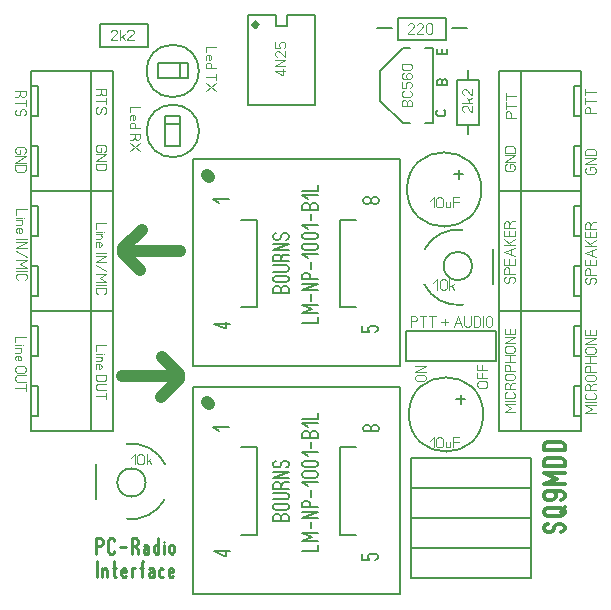
<source format=gbr>
%FSLAX34Y34*%
%MOMM*%
%LNCOPPER_BOTTOM*%
G71*
G01*
%ADD10C, 0.20*%
%ADD11C, 0.40*%
%ADD12C, 0.15*%
%ADD13C, 0.14*%
%ADD14C, 0.11*%
%ADD15C, 0.11*%
%ADD16C, 0.24*%
%ADD17C, 0.32*%
%ADD18C, 1.00*%
%ADD19C, 0.17*%
%ADD20C, 0.17*%
%LPD*%
G54D10*
X18036Y-163342D02*
X68836Y-163342D01*
X87886Y-163342D01*
X87886Y-61742D01*
X18036Y-61742D01*
X18036Y-74442D01*
X24386Y-74442D01*
X24386Y-99842D01*
X18036Y-99842D01*
X18036Y-125242D01*
X24386Y-125242D01*
X24386Y-150642D01*
X18036Y-150642D01*
X18036Y-163342D01*
X68836Y-163342D01*
X68836Y-61742D01*
X68836Y-163342D01*
X18036Y-163342D01*
X18036Y-61742D01*
G54D10*
X18036Y-264942D02*
X68836Y-264942D01*
X87886Y-264942D01*
X87886Y-163342D01*
X18036Y-163342D01*
X18036Y-176042D01*
X24386Y-176042D01*
X24386Y-201442D01*
X18036Y-201442D01*
X18036Y-226842D01*
X24386Y-226842D01*
X24386Y-252242D01*
X18036Y-252242D01*
X18036Y-264942D01*
X68836Y-264942D01*
X68836Y-163342D01*
X68836Y-264942D01*
X18036Y-264942D01*
X18036Y-163342D01*
G54D10*
X483988Y-61654D02*
X433188Y-61654D01*
X414138Y-61654D01*
X414138Y-163254D01*
X483988Y-163254D01*
X483987Y-150554D01*
X477638Y-150554D01*
X477638Y-125154D01*
X483987Y-125154D01*
X483988Y-99754D01*
X477638Y-99754D01*
X477638Y-74354D01*
X483988Y-74354D01*
X483988Y-61654D01*
X433188Y-61654D01*
X433188Y-163254D01*
X433188Y-61654D01*
X483988Y-61654D01*
X483988Y-163254D01*
G54D10*
X18036Y-366542D02*
X68836Y-366542D01*
X87886Y-366542D01*
X87886Y-264942D01*
X18036Y-264942D01*
X18036Y-277642D01*
X24386Y-277642D01*
X24386Y-303042D01*
X18036Y-303042D01*
X18036Y-328442D01*
X24386Y-328442D01*
X24386Y-353842D01*
X18036Y-353842D01*
X18036Y-366542D01*
X68836Y-366542D01*
X68836Y-264942D01*
X68836Y-366542D01*
X18036Y-366542D01*
X18036Y-264942D01*
G54D10*
X483988Y-163254D02*
X433188Y-163254D01*
X414138Y-163254D01*
X414138Y-264854D01*
X483988Y-264854D01*
X483987Y-252154D01*
X477638Y-252154D01*
X477638Y-226754D01*
X483988Y-226754D01*
X483988Y-201354D01*
X477638Y-201354D01*
X477638Y-175954D01*
X483988Y-175954D01*
X483988Y-163254D01*
X433188Y-163254D01*
X433188Y-264854D01*
X433188Y-163254D01*
X483988Y-163254D01*
X483988Y-264854D01*
G54D10*
X483988Y-264854D02*
X433188Y-264854D01*
X414137Y-264854D01*
X414138Y-366454D01*
X483988Y-366454D01*
X483988Y-353754D01*
X477637Y-353754D01*
X477638Y-328354D01*
X483988Y-328354D01*
X483988Y-302954D01*
X477638Y-302954D01*
X477638Y-277554D01*
X483988Y-277554D01*
X483988Y-264854D01*
X433188Y-264854D01*
X433188Y-366454D01*
X433188Y-264854D01*
X483988Y-264854D01*
X483988Y-366454D01*
G54D11*
G75*
G01X208267Y-24125D02*
G03X208267Y-24125I0J1600D01*
G01*
G54D12*
X258749Y-14450D02*
X234849Y-14450D01*
X234849Y-23950D01*
X225449Y-23950D01*
X225449Y-14450D01*
X201549Y-14449D01*
X201549Y-90650D01*
X258749Y-90650D01*
X258749Y-14450D01*
G54D12*
X150758Y-55142D02*
X150758Y-67942D01*
X125358Y-67942D01*
X125358Y-55142D01*
X150758Y-55142D01*
G54D12*
X144358Y-67942D02*
X144358Y-55142D01*
G54D10*
G75*
G01X138142Y-39408D02*
G03X138142Y-39408I0J-22200D01*
G01*
G54D12*
X131796Y-99763D02*
X144596Y-99762D01*
X144596Y-125162D01*
X131796Y-125162D01*
X131796Y-99763D01*
G54D12*
X144596Y-106162D02*
X131796Y-106162D01*
G54D10*
G75*
G01X116062Y-112379D02*
G03X116062Y-112379I22200J0D01*
G01*
G54D10*
X339417Y-42312D02*
X333067Y-42312D01*
X314017Y-61362D01*
X314017Y-86762D01*
X333067Y-105812D01*
X339417Y-105812D01*
G54D10*
X352117Y-105812D02*
X358467Y-105812D01*
X358467Y-42312D01*
X352117Y-42312D01*
G54D13*
X370317Y-73112D02*
X362317Y-73112D01*
X362317Y-70112D01*
X362817Y-68912D01*
X363817Y-68312D01*
X364817Y-68312D01*
X365817Y-68912D01*
X366317Y-70112D01*
X366817Y-68912D01*
X367817Y-68312D01*
X368817Y-68312D01*
X369817Y-68912D01*
X370317Y-70112D01*
X370317Y-73112D01*
G54D13*
X366317Y-73112D02*
X366317Y-70112D01*
G54D13*
X370317Y-42712D02*
X370317Y-46912D01*
X362317Y-46912D01*
X362317Y-42712D01*
G54D13*
X366317Y-46912D02*
X366317Y-42712D01*
G54D13*
X367617Y-94712D02*
X368618Y-95312D01*
X369117Y-96512D01*
X369117Y-97712D01*
X368617Y-98912D01*
X367617Y-99512D01*
X362617Y-99512D01*
X361617Y-98912D01*
X361117Y-97712D01*
X361117Y-96512D01*
X361617Y-95312D01*
X362617Y-94712D01*
G54D14*
X340890Y-91540D02*
X332001Y-91540D01*
X332001Y-88207D01*
X332557Y-86874D01*
X333668Y-86207D01*
X334779Y-86207D01*
X335890Y-86874D01*
X336446Y-88207D01*
X337001Y-86874D01*
X338112Y-86207D01*
X339223Y-86207D01*
X340335Y-86874D01*
X340890Y-88207D01*
X340890Y-91540D01*
G54D14*
X336446Y-91540D02*
X336446Y-88207D01*
G54D14*
X339223Y-78507D02*
X340335Y-79174D01*
X340890Y-80507D01*
X340890Y-81840D01*
X340335Y-83174D01*
X339223Y-83840D01*
X333668Y-83840D01*
X332557Y-83174D01*
X332001Y-81840D01*
X332001Y-80507D01*
X332557Y-79174D01*
X333668Y-78507D01*
G54D14*
X332001Y-70807D02*
X332001Y-76140D01*
X335890Y-76140D01*
X335890Y-75474D01*
X335335Y-74140D01*
X335335Y-72807D01*
X335890Y-71474D01*
X337001Y-70807D01*
X339223Y-70807D01*
X340335Y-71474D01*
X340890Y-72807D01*
X340890Y-74140D01*
X340335Y-75474D01*
X339223Y-76140D01*
G54D14*
X333668Y-63107D02*
X332557Y-63774D01*
X332001Y-65107D01*
X332001Y-66440D01*
X332557Y-67774D01*
X333668Y-68440D01*
X336446Y-68440D01*
X337001Y-68440D01*
X335890Y-66440D01*
X335890Y-65107D01*
X336446Y-63774D01*
X337557Y-63107D01*
X339223Y-63107D01*
X340335Y-63774D01*
X340890Y-65107D01*
X340890Y-66440D01*
X340335Y-67774D01*
X339223Y-68440D01*
X336446Y-68440D01*
G54D14*
X333668Y-55407D02*
X339223Y-55407D01*
X340335Y-56074D01*
X340890Y-57407D01*
X340890Y-58740D01*
X340335Y-60074D01*
X339223Y-60740D01*
X333668Y-60740D01*
X332557Y-60074D01*
X332001Y-58740D01*
X332001Y-57407D01*
X332557Y-56074D01*
X333668Y-55407D01*
G54D14*
X81976Y-293962D02*
X73088Y-293962D01*
X73088Y-298629D01*
G54D14*
X73088Y-301062D02*
X78087Y-301062D01*
G54D14*
X79754Y-301062D02*
X79754Y-301062D01*
G54D14*
X73088Y-303462D02*
X78088Y-303462D01*
G54D14*
X76976Y-303462D02*
X77754Y-304129D01*
X78087Y-305463D01*
X77754Y-306796D01*
X76976Y-307463D01*
X73087Y-307462D01*
G54D14*
X73643Y-313862D02*
X73088Y-312796D01*
X73088Y-311463D01*
X73643Y-310129D01*
X74754Y-309862D01*
X76643Y-309862D01*
X77754Y-310529D01*
X78088Y-311862D01*
X77754Y-313196D01*
X76976Y-313862D01*
X75865Y-313862D01*
X75865Y-309862D01*
G54D14*
X80310Y-324096D02*
X74754Y-324096D01*
X73643Y-323429D01*
X73088Y-322096D01*
X73088Y-320762D01*
X73643Y-319429D01*
X74754Y-318762D01*
X80310Y-318762D01*
X81421Y-319429D01*
X81976Y-320762D01*
X81976Y-322096D01*
X81421Y-323429D01*
X80310Y-324096D01*
G54D14*
X81976Y-326462D02*
X74754Y-326462D01*
X73643Y-327129D01*
X73087Y-328462D01*
X73088Y-329796D01*
X73643Y-331129D01*
X74754Y-331796D01*
X81976Y-331796D01*
G54D14*
X73088Y-336829D02*
X81976Y-336829D01*
G54D14*
X81976Y-334162D02*
X81976Y-339496D01*
G54D15*
X81976Y-190488D02*
X73087Y-190488D01*
X73087Y-195154D01*
G54D15*
X73087Y-197598D02*
X78087Y-197598D01*
G54D15*
X79754Y-197598D02*
X79754Y-197598D01*
G54D15*
X73087Y-200042D02*
X78087Y-200042D01*
G54D15*
X76976Y-200042D02*
X77754Y-200709D01*
X78087Y-202042D01*
X77754Y-203376D01*
X76976Y-204042D01*
X73087Y-204042D01*
G54D15*
X73643Y-210486D02*
X73087Y-209420D01*
X73087Y-208086D01*
X73643Y-206753D01*
X74754Y-206486D01*
X76643Y-206486D01*
X77754Y-207153D01*
X78087Y-208486D01*
X77754Y-209820D01*
X76976Y-210486D01*
X75865Y-210486D01*
X75865Y-206486D01*
G54D15*
X73087Y-215508D02*
X81976Y-215508D01*
G54D15*
X73087Y-217952D02*
X81976Y-217952D01*
X73087Y-223285D01*
X81976Y-223285D01*
G54D15*
X73087Y-225728D02*
X81976Y-231062D01*
G54D15*
X73087Y-233506D02*
X81976Y-233506D01*
X76421Y-236839D01*
X81976Y-240172D01*
X73087Y-240172D01*
G54D15*
X73087Y-242616D02*
X81976Y-242616D01*
G54D15*
X74754Y-250394D02*
X73643Y-249727D01*
X73087Y-248394D01*
X73087Y-247060D01*
X73643Y-245727D01*
X74754Y-245060D01*
X80310Y-245060D01*
X81421Y-245727D01*
X81976Y-247060D01*
X81976Y-248394D01*
X81421Y-249727D01*
X80310Y-250394D01*
G54D14*
X77532Y-79635D02*
X76421Y-81635D01*
X75310Y-82302D01*
X73088Y-82302D01*
G54D14*
X73087Y-76969D02*
X81976Y-76969D01*
X81976Y-80302D01*
X81421Y-81635D01*
X80310Y-82302D01*
X79199Y-82302D01*
X78088Y-81635D01*
X77532Y-80302D01*
X77532Y-76969D01*
G54D14*
X73088Y-87335D02*
X81976Y-87335D01*
G54D14*
X81976Y-84669D02*
X81976Y-90002D01*
G54D14*
X74754Y-92369D02*
X73643Y-93035D01*
X73087Y-94369D01*
X73088Y-95702D01*
X73643Y-97035D01*
X74754Y-97702D01*
X75865Y-97702D01*
X76976Y-97035D01*
X77532Y-95702D01*
X77532Y-94369D01*
X78087Y-93035D01*
X79199Y-92369D01*
X80310Y-92369D01*
X81421Y-93035D01*
X81976Y-94369D01*
X81976Y-95702D01*
X81421Y-97035D01*
X80310Y-97702D01*
G54D14*
X77532Y-127260D02*
X77532Y-129927D01*
X74754Y-129927D01*
X73643Y-129260D01*
X73087Y-127927D01*
X73087Y-126594D01*
X73643Y-125260D01*
X74754Y-124594D01*
X80310Y-124594D01*
X81421Y-125260D01*
X81976Y-126594D01*
X81976Y-127927D01*
X81421Y-129260D01*
X80310Y-129927D01*
G54D14*
X73088Y-132294D02*
X81976Y-132294D01*
X73087Y-137627D01*
X81976Y-137627D01*
G54D14*
X73088Y-139994D02*
X81976Y-139994D01*
X81976Y-143327D01*
X81421Y-144660D01*
X80310Y-145327D01*
X74754Y-145327D01*
X73643Y-144660D01*
X73088Y-143327D01*
X73088Y-139994D01*
G54D14*
X423607Y-143454D02*
X423607Y-140788D01*
X426385Y-140788D01*
X427496Y-141454D01*
X428051Y-142788D01*
X428051Y-144121D01*
X427496Y-145454D01*
X426385Y-146121D01*
X420829Y-146121D01*
X419718Y-145454D01*
X419162Y-144121D01*
X419162Y-142788D01*
X419718Y-141454D01*
X420829Y-140788D01*
G54D14*
X428051Y-138421D02*
X419162Y-138421D01*
X428051Y-133088D01*
X419162Y-133088D01*
G54D14*
X428051Y-130721D02*
X419162Y-130721D01*
X419162Y-127388D01*
X419718Y-126054D01*
X420829Y-125388D01*
X426385Y-125388D01*
X427496Y-126054D01*
X428051Y-127388D01*
X428051Y-130721D01*
G54D14*
X429016Y-101229D02*
X420127Y-101229D01*
X420127Y-97895D01*
X420683Y-96562D01*
X421794Y-95895D01*
X422905Y-95895D01*
X424016Y-96562D01*
X424572Y-97895D01*
X424572Y-101229D01*
G54D14*
X429016Y-90862D02*
X420127Y-90862D01*
G54D14*
X420127Y-93529D02*
X420127Y-88195D01*
G54D14*
X429016Y-83162D02*
X420127Y-83162D01*
G54D14*
X420127Y-85829D02*
X420127Y-80495D01*
G54D15*
X425954Y-241039D02*
X427065Y-240372D01*
X427620Y-239039D01*
X427620Y-237706D01*
X427065Y-236372D01*
X425954Y-235706D01*
X424843Y-235706D01*
X423731Y-236372D01*
X423176Y-237706D01*
X423176Y-239039D01*
X422620Y-240372D01*
X421509Y-241039D01*
X420398Y-241039D01*
X419287Y-240372D01*
X418731Y-239039D01*
X418731Y-237706D01*
X419287Y-236372D01*
X420398Y-235706D01*
G54D15*
X427620Y-233262D02*
X418731Y-233262D01*
X418731Y-229929D01*
X419287Y-228595D01*
X420398Y-227929D01*
X421509Y-227928D01*
X422620Y-228595D01*
X423176Y-229928D01*
X423176Y-233262D01*
G54D15*
X427620Y-220818D02*
X427620Y-225485D01*
X418731Y-225485D01*
X418731Y-220818D01*
G54D15*
X423176Y-225485D02*
X423176Y-220818D01*
G54D15*
X427620Y-218374D02*
X418731Y-215041D01*
X427620Y-211707D01*
G54D15*
X424287Y-217041D02*
X424287Y-213041D01*
G54D15*
X427620Y-209263D02*
X418731Y-209263D01*
G54D15*
X424843Y-209263D02*
X418731Y-203930D01*
G54D15*
X423176Y-207263D02*
X427620Y-203930D01*
G54D15*
X427620Y-196819D02*
X427620Y-201486D01*
X418731Y-201486D01*
X418731Y-196819D01*
G54D15*
X423176Y-201486D02*
X423176Y-196819D01*
G54D15*
X423176Y-191708D02*
X424287Y-189708D01*
X425398Y-189042D01*
X427620Y-189042D01*
G54D15*
X427620Y-194375D02*
X418731Y-194375D01*
X418731Y-191042D01*
X419287Y-189708D01*
X420398Y-189042D01*
X421509Y-189042D01*
X422620Y-189708D01*
X423176Y-191042D01*
X423176Y-194375D01*
G54D15*
X428036Y-350479D02*
X419147Y-350479D01*
X424702Y-347146D01*
X419147Y-343813D01*
X428036Y-343813D01*
G54D15*
X428036Y-341368D02*
X419147Y-341368D01*
G54D15*
X426369Y-333591D02*
X427480Y-334258D01*
X428036Y-335591D01*
X428036Y-336924D01*
X427480Y-338258D01*
X426369Y-338924D01*
X420814Y-338924D01*
X419702Y-338258D01*
X419147Y-336924D01*
X419147Y-335591D01*
X419702Y-334258D01*
X420814Y-333591D01*
G54D15*
X423591Y-328481D02*
X424702Y-326481D01*
X425814Y-325814D01*
X428036Y-325814D01*
G54D15*
X428036Y-331147D02*
X419147Y-331147D01*
X419147Y-327814D01*
X419702Y-326481D01*
X420814Y-325814D01*
X421925Y-325814D01*
X423036Y-326481D01*
X423591Y-327814D01*
X423591Y-331147D01*
G54D15*
X420814Y-318037D02*
X426369Y-318037D01*
X427480Y-318704D01*
X428036Y-320037D01*
X428036Y-321370D01*
X427480Y-322704D01*
X426369Y-323370D01*
X420814Y-323370D01*
X419702Y-322704D01*
X419147Y-321370D01*
X419147Y-320037D01*
X419702Y-318704D01*
X420814Y-318037D01*
G54D15*
X428036Y-315593D02*
X419147Y-315593D01*
X419147Y-312260D01*
X419702Y-310927D01*
X420814Y-310260D01*
X421925Y-310260D01*
X423036Y-310927D01*
X423591Y-312260D01*
X423591Y-315593D01*
G54D15*
X428036Y-307816D02*
X419147Y-307816D01*
G54D15*
X428036Y-302483D02*
X419147Y-302483D01*
G54D15*
X423591Y-307816D02*
X423591Y-302483D01*
G54D15*
X420814Y-294706D02*
X426369Y-294706D01*
X427480Y-295373D01*
X428036Y-296706D01*
X428036Y-298039D01*
X427480Y-299373D01*
X426369Y-300039D01*
X420814Y-300039D01*
X419702Y-299373D01*
X419147Y-298039D01*
X419147Y-296706D01*
X419702Y-295373D01*
X420814Y-294706D01*
G54D15*
X428036Y-292262D02*
X419147Y-292262D01*
X428036Y-286929D01*
X419147Y-286929D01*
G54D15*
X428036Y-279819D02*
X428036Y-284485D01*
X419147Y-284485D01*
X419147Y-279819D01*
G54D15*
X423591Y-284485D02*
X423591Y-279819D01*
G54D14*
X233675Y-61387D02*
X224786Y-61387D01*
X230342Y-65387D01*
X231453Y-65387D01*
X231453Y-60054D01*
G54D14*
X233675Y-57687D02*
X224786Y-57687D01*
X233675Y-52354D01*
X224786Y-52354D01*
G54D14*
X233675Y-44654D02*
X233675Y-49987D01*
X233120Y-49987D01*
X232009Y-49321D01*
X228675Y-45321D01*
X227564Y-44654D01*
X226453Y-44654D01*
X225342Y-45321D01*
X224786Y-46654D01*
X224786Y-47987D01*
X225342Y-49321D01*
X226453Y-49987D01*
G54D14*
X224786Y-36954D02*
X224786Y-42287D01*
X228675Y-42287D01*
X228675Y-41621D01*
X228120Y-40287D01*
X228120Y-38954D01*
X228675Y-37621D01*
X229786Y-36954D01*
X232009Y-36954D01*
X233120Y-37621D01*
X233675Y-38954D01*
X233675Y-40287D01*
X233120Y-41621D01*
X232009Y-42287D01*
G54D15*
X174845Y-41275D02*
X165956Y-41275D01*
X165956Y-45942D01*
G54D15*
X166512Y-52386D02*
X165956Y-51319D01*
X165956Y-49986D01*
X166512Y-48653D01*
X167623Y-48386D01*
X169512Y-48386D01*
X170623Y-49053D01*
X170956Y-50386D01*
X170623Y-51719D01*
X169845Y-52386D01*
X168734Y-52386D01*
X168734Y-48386D01*
G54D15*
X165956Y-58830D02*
X174845Y-58830D01*
G54D15*
X169512Y-58830D02*
X170623Y-58163D01*
X170956Y-56830D01*
X170623Y-55497D01*
X169512Y-54830D01*
X167290Y-54830D01*
X166178Y-55497D01*
X165956Y-56830D01*
X166178Y-58163D01*
X167290Y-58830D01*
G54D15*
X165956Y-66518D02*
X174845Y-66518D01*
G54D15*
X174845Y-63851D02*
X174845Y-69184D01*
G54D15*
X174845Y-71628D02*
X165956Y-78295D01*
G54D15*
X165956Y-71628D02*
X174845Y-78295D01*
G54D15*
X110551Y-92075D02*
X101663Y-92075D01*
X101663Y-96742D01*
G54D15*
X102218Y-103186D02*
X101663Y-102119D01*
X101663Y-100786D01*
X102218Y-99453D01*
X103329Y-99186D01*
X105218Y-99186D01*
X106329Y-99853D01*
X106663Y-101186D01*
X106329Y-102519D01*
X105551Y-103186D01*
X104440Y-103186D01*
X104440Y-99186D01*
G54D15*
X101663Y-109630D02*
X110551Y-109630D01*
G54D15*
X105218Y-109630D02*
X106329Y-108963D01*
X106663Y-107630D01*
X106329Y-106297D01*
X105218Y-105630D01*
X102996Y-105630D01*
X101885Y-106297D01*
X101663Y-107630D01*
X101885Y-108963D01*
X102996Y-109630D01*
G54D15*
X106107Y-117318D02*
X104996Y-119318D01*
X103885Y-119984D01*
X101663Y-119984D01*
G54D15*
X101663Y-114651D02*
X110551Y-114651D01*
X110551Y-117984D01*
X109996Y-119318D01*
X108885Y-119984D01*
X107774Y-119984D01*
X106663Y-119318D01*
X106107Y-117984D01*
X106107Y-114651D01*
G54D15*
X110551Y-122428D02*
X101663Y-129095D01*
G54D15*
X101663Y-122428D02*
X110551Y-129095D01*
G54D10*
X409515Y-242071D02*
X409515Y-212671D01*
G54D10*
G75*
G01X351103Y-242299D02*
G03X384068Y-259460I28512J14528D01*
G01*
G54D10*
G75*
G01X383515Y-196010D02*
G03X351627Y-212257I-3900J-31761D01*
G01*
G54D10*
G75*
G01X379615Y-214771D02*
G03X379615Y-214771I0J-12000D01*
G01*
G54D10*
X73369Y-394750D02*
X73369Y-424150D01*
G54D10*
G75*
G01X131781Y-394523D02*
G03X98815Y-377362I-28512J-14527D01*
G01*
G54D10*
G75*
G01X99369Y-440812D02*
G03X131257Y-424564I3900J31762D01*
G01*
G54D10*
G75*
G01X103269Y-422050D02*
G03X103269Y-422050I0J12000D01*
G01*
G54D12*
X369437Y-16381D02*
X369437Y-35781D01*
X328837Y-35781D01*
X328837Y-16381D01*
X369437Y-16381D01*
G54D14*
X342600Y-29910D02*
X337266Y-29910D01*
X337266Y-29355D01*
X337933Y-28244D01*
X341933Y-24910D01*
X342600Y-23799D01*
X342600Y-22688D01*
X341933Y-21577D01*
X340600Y-21021D01*
X339266Y-21021D01*
X337933Y-21577D01*
X337266Y-22688D01*
G54D14*
X350300Y-29910D02*
X344966Y-29910D01*
X344966Y-29355D01*
X345633Y-28244D01*
X349633Y-24910D01*
X350300Y-23799D01*
X350300Y-22688D01*
X349633Y-21577D01*
X348300Y-21021D01*
X346966Y-21021D01*
X345633Y-21577D01*
X344966Y-22688D01*
G54D14*
X358000Y-22688D02*
X358000Y-28244D01*
X357333Y-29355D01*
X356000Y-29910D01*
X354666Y-29910D01*
X353333Y-29355D01*
X352666Y-28244D01*
X352666Y-22688D01*
X353333Y-21577D01*
X354666Y-21021D01*
X356000Y-21021D01*
X357333Y-21577D01*
X358000Y-22688D01*
G54D12*
X323425Y-25469D02*
X310725Y-25469D01*
G54D12*
X374225Y-25469D02*
X386925Y-25469D01*
G54D12*
X117162Y-22087D02*
X117162Y-41487D01*
X76562Y-41487D01*
X76562Y-22087D01*
X117162Y-22087D01*
G54D14*
X91025Y-35616D02*
X85691Y-35616D01*
X85691Y-35061D01*
X86358Y-33950D01*
X90358Y-30616D01*
X91025Y-29505D01*
X91025Y-28394D01*
X90358Y-27283D01*
X89025Y-26728D01*
X87691Y-26728D01*
X86358Y-27283D01*
X85691Y-28394D01*
G54D14*
X93391Y-35616D02*
X93391Y-26728D01*
G54D14*
X95391Y-32283D02*
X97391Y-35616D01*
G54D14*
X93391Y-33394D02*
X97391Y-30616D01*
G54D14*
X105125Y-35616D02*
X99791Y-35616D01*
X99791Y-35061D01*
X100458Y-33950D01*
X104458Y-30616D01*
X105125Y-29505D01*
X105125Y-28394D01*
X104458Y-27283D01*
X103125Y-26728D01*
X101791Y-26728D01*
X100458Y-27283D01*
X99791Y-28394D01*
G54D16*
X73460Y-470182D02*
X73460Y-456848D01*
X76794Y-456848D01*
X78127Y-457682D01*
X78794Y-459348D01*
X78794Y-461015D01*
X78127Y-462682D01*
X76794Y-463515D01*
X73460Y-463515D01*
G54D16*
X88794Y-467682D02*
X88127Y-469348D01*
X86794Y-470182D01*
X85460Y-470182D01*
X84127Y-469348D01*
X83460Y-467682D01*
X83460Y-459348D01*
X84127Y-457682D01*
X85460Y-456848D01*
X86794Y-456848D01*
X88127Y-457682D01*
X88794Y-459348D01*
G54D16*
X93460Y-464348D02*
X98794Y-464348D01*
G54D16*
X106127Y-463515D02*
X108127Y-465182D01*
X108794Y-466848D01*
X108794Y-470182D01*
G54D16*
X103460Y-470182D02*
X103460Y-456848D01*
X106794Y-456848D01*
X108127Y-457682D01*
X108794Y-459348D01*
X108794Y-461015D01*
X108127Y-462682D01*
X106794Y-463515D01*
X103460Y-463515D01*
G54D16*
X113460Y-463515D02*
X114794Y-462682D01*
X116394Y-462682D01*
X117460Y-464348D01*
X117460Y-470182D01*
G54D16*
X117460Y-467682D02*
X116794Y-466015D01*
X115460Y-465682D01*
X114127Y-466015D01*
X113460Y-467682D01*
X113727Y-469348D01*
X114794Y-470182D01*
X115460Y-470182D01*
X115727Y-470182D01*
X116794Y-469348D01*
X117460Y-467682D01*
G54D16*
X126127Y-470182D02*
X126127Y-456848D01*
G54D16*
X126127Y-464848D02*
X125461Y-463182D01*
X124127Y-462682D01*
X122794Y-463182D01*
X122127Y-464848D01*
X122127Y-468182D01*
X122794Y-469848D01*
X124127Y-470182D01*
X125461Y-469848D01*
X126127Y-468182D01*
G54D16*
X130794Y-470182D02*
X130794Y-462682D01*
G54D16*
X130794Y-460182D02*
X130794Y-460182D01*
G54D16*
X139461Y-468182D02*
X139461Y-464848D01*
X138795Y-463182D01*
X137461Y-462682D01*
X136128Y-463182D01*
X135461Y-464848D01*
X135461Y-468182D01*
X136128Y-469848D01*
X137461Y-470182D01*
X138795Y-469848D01*
X139461Y-468182D01*
G54D16*
X74004Y-490026D02*
X74004Y-476692D01*
G54D16*
X78671Y-490026D02*
X78671Y-482526D01*
G54D16*
X78671Y-484192D02*
X79338Y-483026D01*
X80671Y-482526D01*
X82004Y-483026D01*
X82671Y-484192D01*
X82671Y-490026D01*
G54D16*
X88671Y-476692D02*
X88671Y-489192D01*
X89338Y-490026D01*
X90005Y-489692D01*
G54D16*
X87338Y-482526D02*
X90005Y-482526D01*
G54D16*
X98672Y-489192D02*
X97605Y-490026D01*
X96272Y-490026D01*
X94939Y-489192D01*
X94672Y-487526D01*
X94672Y-484692D01*
X95339Y-483026D01*
X96672Y-482526D01*
X98005Y-483026D01*
X98672Y-484192D01*
X98672Y-485859D01*
X94672Y-485859D01*
G54D16*
X103339Y-490026D02*
X103339Y-482526D01*
G54D16*
X103339Y-484192D02*
X104672Y-482526D01*
X106006Y-482526D01*
G54D16*
X112006Y-490026D02*
X112006Y-477526D01*
X112673Y-476692D01*
X113340Y-477192D01*
G54D16*
X110673Y-482526D02*
X113340Y-482526D01*
G54D16*
X118007Y-483359D02*
X119340Y-482526D01*
X120940Y-482526D01*
X122007Y-484192D01*
X122007Y-490026D01*
G54D16*
X122007Y-487526D02*
X121340Y-485859D01*
X120007Y-485526D01*
X118674Y-485859D01*
X118007Y-487526D01*
X118274Y-489192D01*
X119340Y-490026D01*
X120007Y-490026D01*
X120274Y-490026D01*
X121340Y-489192D01*
X122007Y-487526D01*
G54D16*
X130007Y-483026D02*
X128674Y-482526D01*
X127341Y-483026D01*
X126674Y-484692D01*
X126674Y-488026D01*
X127341Y-489692D01*
X128674Y-490026D01*
X130007Y-489692D01*
G54D16*
X138674Y-489192D02*
X137607Y-490026D01*
X136274Y-490026D01*
X134941Y-489192D01*
X134674Y-487526D01*
X134674Y-484692D01*
X135341Y-483026D01*
X136674Y-482526D01*
X138007Y-483026D01*
X138674Y-484192D01*
X138674Y-485859D01*
X134674Y-485859D01*
G54D17*
X466770Y-452145D02*
X468992Y-451256D01*
X470103Y-449479D01*
X470103Y-447701D01*
X468992Y-445923D01*
X466770Y-445034D01*
X464548Y-445034D01*
X462326Y-445923D01*
X461215Y-447701D01*
X461215Y-449479D01*
X460103Y-451256D01*
X457881Y-452145D01*
X455659Y-452145D01*
X453437Y-451256D01*
X452326Y-449479D01*
X452326Y-447701D01*
X453437Y-445923D01*
X455659Y-445034D01*
G54D17*
X466770Y-435257D02*
X470103Y-430812D01*
G54D17*
X455659Y-431701D02*
X466770Y-431701D01*
X468992Y-432590D01*
X470103Y-434368D01*
X470103Y-436146D01*
X468992Y-437924D01*
X466770Y-438812D01*
X455659Y-438812D01*
X453437Y-437924D01*
X452326Y-436146D01*
X452326Y-434368D01*
X453437Y-432590D01*
X455659Y-431701D01*
G54D17*
X466770Y-424590D02*
X468992Y-423702D01*
X470103Y-421924D01*
X470103Y-420146D01*
X468992Y-418368D01*
X466770Y-417479D01*
X461215Y-417479D01*
X460103Y-417479D01*
X462326Y-420146D01*
X462326Y-421924D01*
X461215Y-423702D01*
X458992Y-424590D01*
X455659Y-424590D01*
X453437Y-423702D01*
X452326Y-421924D01*
X452326Y-420146D01*
X453437Y-418368D01*
X455659Y-417479D01*
X461215Y-417479D01*
G54D17*
X470103Y-411257D02*
X452326Y-411257D01*
X463437Y-406813D01*
X452326Y-402368D01*
X470103Y-402368D01*
G54D17*
X470103Y-396146D02*
X452326Y-396146D01*
X452326Y-391702D01*
X453437Y-389924D01*
X455659Y-389035D01*
X466770Y-389035D01*
X468992Y-389924D01*
X470103Y-391702D01*
X470103Y-396146D01*
G54D17*
X470103Y-382813D02*
X452326Y-382813D01*
X452326Y-378369D01*
X453437Y-376591D01*
X455659Y-375702D01*
X466770Y-375702D01*
X468992Y-376591D01*
X470103Y-378369D01*
X470103Y-382813D01*
G54D12*
X378644Y-69106D02*
X397644Y-69106D01*
X397644Y-107106D01*
X378644Y-107106D01*
X378644Y-69106D01*
G54D12*
X388144Y-69006D02*
X388144Y-61106D01*
G54D12*
X388144Y-107106D02*
X388144Y-115006D01*
G54D12*
X411956Y-281782D02*
X411956Y-307182D01*
X335756Y-307182D01*
X335756Y-281782D01*
X411956Y-281782D01*
G54D12*
X384209Y-149226D02*
X376609Y-149226D01*
G54D12*
X380409Y-153026D02*
X380409Y-145426D01*
G54D12*
G75*
G01X399454Y-161926D02*
G03X399454Y-161926I-31450J0D01*
G01*
G54D15*
X355707Y-171647D02*
X359040Y-168314D01*
X359040Y-177203D01*
G54D15*
X366817Y-169981D02*
X366817Y-175536D01*
X366151Y-176647D01*
X364817Y-177203D01*
X363484Y-177203D01*
X362151Y-176647D01*
X361484Y-175536D01*
X361484Y-169981D01*
X362151Y-168870D01*
X363484Y-168314D01*
X364817Y-168314D01*
X366151Y-168870D01*
X366817Y-169981D01*
G54D15*
X373261Y-172203D02*
X373261Y-177203D01*
G54D15*
X373261Y-176092D02*
X372594Y-176981D01*
X371261Y-177203D01*
X369928Y-176981D01*
X369261Y-176092D01*
X369261Y-172203D01*
G54D15*
X375705Y-177203D02*
X375705Y-168314D01*
X380372Y-168314D01*
G54D15*
X375705Y-172758D02*
X380372Y-172758D01*
G54D18*
X144462Y-214312D02*
X104775Y-214312D01*
G54D18*
X111919Y-196056D02*
X96044Y-211931D01*
X96044Y-215900D01*
X110331Y-230188D01*
G54D18*
X95314Y-319619D02*
X135002Y-319619D01*
G54D18*
X127858Y-337876D02*
X143733Y-322001D01*
X143733Y-318032D01*
X129445Y-303744D01*
G54D15*
X494653Y-241833D02*
X495764Y-241166D01*
X496320Y-239833D01*
X496320Y-238499D01*
X495764Y-237166D01*
X494653Y-236499D01*
X493542Y-236499D01*
X492431Y-237166D01*
X491875Y-238499D01*
X491875Y-239833D01*
X491320Y-241166D01*
X490208Y-241833D01*
X489097Y-241833D01*
X487986Y-241166D01*
X487431Y-239833D01*
X487431Y-238499D01*
X487986Y-237166D01*
X489097Y-236499D01*
G54D15*
X496320Y-234056D02*
X487431Y-234056D01*
X487431Y-230722D01*
X487986Y-229389D01*
X489097Y-228722D01*
X490208Y-228722D01*
X491320Y-229389D01*
X491875Y-230722D01*
X491875Y-234056D01*
G54D15*
X496320Y-221612D02*
X496320Y-226279D01*
X487431Y-226279D01*
X487431Y-221612D01*
G54D15*
X491875Y-226279D02*
X491875Y-221612D01*
G54D15*
X496320Y-219168D02*
X487431Y-215834D01*
X496320Y-212501D01*
G54D15*
X492986Y-217834D02*
X492986Y-213834D01*
G54D15*
X496320Y-210057D02*
X487431Y-210057D01*
G54D15*
X493542Y-210057D02*
X487431Y-204723D01*
G54D15*
X491875Y-208057D02*
X496320Y-204723D01*
G54D15*
X496320Y-197613D02*
X496320Y-202280D01*
X487431Y-202280D01*
X487431Y-197613D01*
G54D15*
X491875Y-202280D02*
X491875Y-197613D01*
G54D15*
X491875Y-192502D02*
X492986Y-190502D01*
X494097Y-189835D01*
X496320Y-189835D01*
G54D15*
X496320Y-195169D02*
X487431Y-195169D01*
X487431Y-191835D01*
X487986Y-190502D01*
X489097Y-189835D01*
X490208Y-189835D01*
X491320Y-190502D01*
X491875Y-191835D01*
X491875Y-195169D01*
G54D15*
X496320Y-351273D02*
X487431Y-351273D01*
X492987Y-347940D01*
X487431Y-344606D01*
X496320Y-344606D01*
G54D15*
X496320Y-342162D02*
X487431Y-342162D01*
G54D15*
X494653Y-334385D02*
X495764Y-335052D01*
X496320Y-336385D01*
X496320Y-337718D01*
X495764Y-339051D01*
X494653Y-339718D01*
X489098Y-339718D01*
X487987Y-339051D01*
X487431Y-337718D01*
X487431Y-336385D01*
X487987Y-335052D01*
X489098Y-334385D01*
G54D15*
X491876Y-329274D02*
X492987Y-327274D01*
X494098Y-326608D01*
X496320Y-326608D01*
G54D15*
X496320Y-331941D02*
X487431Y-331941D01*
X487431Y-328608D01*
X487987Y-327274D01*
X489098Y-326608D01*
X490209Y-326608D01*
X491320Y-327274D01*
X491876Y-328608D01*
X491876Y-331941D01*
G54D15*
X489098Y-318831D02*
X494653Y-318831D01*
X495764Y-319498D01*
X496320Y-320831D01*
X496320Y-322164D01*
X495764Y-323497D01*
X494653Y-324164D01*
X489098Y-324164D01*
X487987Y-323497D01*
X487431Y-322164D01*
X487431Y-320831D01*
X487987Y-319498D01*
X489098Y-318831D01*
G54D15*
X496320Y-316387D02*
X487431Y-316387D01*
X487431Y-313054D01*
X487987Y-311720D01*
X489098Y-311054D01*
X490209Y-311054D01*
X491320Y-311720D01*
X491876Y-313054D01*
X491876Y-316387D01*
G54D15*
X496320Y-308610D02*
X487431Y-308610D01*
G54D15*
X496320Y-303277D02*
X487431Y-303277D01*
G54D15*
X491876Y-308610D02*
X491876Y-303277D01*
G54D15*
X489098Y-295500D02*
X494653Y-295500D01*
X495764Y-296166D01*
X496320Y-297500D01*
X496320Y-298833D01*
X495764Y-300166D01*
X494653Y-300833D01*
X489098Y-300833D01*
X487987Y-300166D01*
X487431Y-298833D01*
X487431Y-297500D01*
X487987Y-296166D01*
X489098Y-295500D01*
G54D15*
X496320Y-293056D02*
X487431Y-293056D01*
X496320Y-287723D01*
X487431Y-287723D01*
G54D15*
X496320Y-280612D02*
X496320Y-285279D01*
X487431Y-285279D01*
X487431Y-280612D01*
G54D15*
X491876Y-285279D02*
X491876Y-280612D01*
G54D15*
X358882Y-241497D02*
X362215Y-238164D01*
X362215Y-247053D01*
G54D15*
X369992Y-239831D02*
X369992Y-245386D01*
X369326Y-246497D01*
X367992Y-247053D01*
X366659Y-247053D01*
X365326Y-246497D01*
X364659Y-245386D01*
X364659Y-239831D01*
X365326Y-238720D01*
X366659Y-238164D01*
X367992Y-238164D01*
X369326Y-238720D01*
X369992Y-239831D01*
G54D15*
X372436Y-247053D02*
X372436Y-238164D01*
G54D15*
X374436Y-243720D02*
X376436Y-247053D01*
G54D15*
X372436Y-244831D02*
X376436Y-242053D01*
G54D15*
X339832Y-278009D02*
X339832Y-269120D01*
X343165Y-269120D01*
X344498Y-269675D01*
X345165Y-270786D01*
X345165Y-271898D01*
X344498Y-273009D01*
X343165Y-273564D01*
X339832Y-273564D01*
G54D15*
X350275Y-278009D02*
X350275Y-269120D01*
G54D15*
X347608Y-269120D02*
X352942Y-269120D01*
G54D15*
X358052Y-278009D02*
X358052Y-269120D01*
G54D15*
X355386Y-269120D02*
X360719Y-269120D01*
G54D15*
X365740Y-274120D02*
X371073Y-274120D01*
G54D15*
X368406Y-271898D02*
X368406Y-276342D01*
G54D15*
X376094Y-278009D02*
X379427Y-269120D01*
X382760Y-278009D01*
G54D15*
X377427Y-274675D02*
X381427Y-274675D01*
G54D15*
X385205Y-269120D02*
X385204Y-276342D01*
X385871Y-277453D01*
X387205Y-278009D01*
X388538Y-278009D01*
X389871Y-277453D01*
X390538Y-276342D01*
X390538Y-269120D01*
G54D15*
X392982Y-278009D02*
X392982Y-269120D01*
X396315Y-269120D01*
X397648Y-269675D01*
X398315Y-270786D01*
X398315Y-276342D01*
X397648Y-277453D01*
X396315Y-278009D01*
X392982Y-278009D01*
G54D15*
X400759Y-278009D02*
X400758Y-269120D01*
G54D15*
X408536Y-270786D02*
X408536Y-276342D01*
X407869Y-277453D01*
X406536Y-278009D01*
X405202Y-278009D01*
X403869Y-277453D01*
X403203Y-276342D01*
X403203Y-270786D01*
X403869Y-269675D01*
X405203Y-269120D01*
X406536Y-269120D01*
X407869Y-269675D01*
X408536Y-270786D01*
G54D15*
X14508Y-178581D02*
X5619Y-178581D01*
X5619Y-183248D01*
G54D15*
X5619Y-185692D02*
X10619Y-185692D01*
G54D15*
X12285Y-185692D02*
X12285Y-185692D01*
G54D15*
X5619Y-188136D02*
X10619Y-188136D01*
G54D15*
X9508Y-188136D02*
X10285Y-188803D01*
X10619Y-190136D01*
X10285Y-191470D01*
X9508Y-192136D01*
X5619Y-192136D01*
G54D15*
X6174Y-198580D02*
X5619Y-197514D01*
X5619Y-196180D01*
X6174Y-194847D01*
X7285Y-194580D01*
X9174Y-194580D01*
X10285Y-195247D01*
X10619Y-196580D01*
X10285Y-197914D01*
X9508Y-198580D01*
X8397Y-198580D01*
X8397Y-194580D01*
G54D15*
X5619Y-203601D02*
X14508Y-203601D01*
G54D15*
X5619Y-206045D02*
X14508Y-206045D01*
X5619Y-211379D01*
X14508Y-211379D01*
G54D15*
X5619Y-213822D02*
X14508Y-219156D01*
G54D15*
X5619Y-221599D02*
X14508Y-221599D01*
X8952Y-224933D01*
X14508Y-228266D01*
X5619Y-228266D01*
G54D15*
X5619Y-230710D02*
X14508Y-230710D01*
G54D15*
X7285Y-238488D02*
X6174Y-237821D01*
X5619Y-236488D01*
X5619Y-235154D01*
X6174Y-233821D01*
X7285Y-233154D01*
X12841Y-233154D01*
X13952Y-233821D01*
X14508Y-235154D01*
X14508Y-236488D01*
X13952Y-237821D01*
X12841Y-238488D01*
G54D14*
X13714Y-286819D02*
X4825Y-286819D01*
X4825Y-291485D01*
G54D14*
X4825Y-293919D02*
X9825Y-293919D01*
G54D14*
X11492Y-293919D02*
X11492Y-293919D01*
G54D14*
X4825Y-296319D02*
X9825Y-296319D01*
G54D14*
X8714Y-296319D02*
X9492Y-296985D01*
X9825Y-298319D01*
X9492Y-299652D01*
X8714Y-300319D01*
X4825Y-300319D01*
G54D14*
X5381Y-306719D02*
X4825Y-305652D01*
X4825Y-304319D01*
X5381Y-302985D01*
X6492Y-302719D01*
X8381Y-302719D01*
X9492Y-303386D01*
X9825Y-304719D01*
X9492Y-306052D01*
X8714Y-306719D01*
X7603Y-306719D01*
X7603Y-302719D01*
G54D14*
X12047Y-316952D02*
X6492Y-316952D01*
X5381Y-316285D01*
X4825Y-314952D01*
X4825Y-313619D01*
X5381Y-312285D01*
X6492Y-311619D01*
X12047Y-311619D01*
X13158Y-312286D01*
X13714Y-313619D01*
X13714Y-314952D01*
X13158Y-316286D01*
X12047Y-316952D01*
G54D14*
X13714Y-319319D02*
X6492Y-319319D01*
X5381Y-319985D01*
X4825Y-321319D01*
X4825Y-322652D01*
X5381Y-323985D01*
X6492Y-324652D01*
X13714Y-324652D01*
G54D14*
X4825Y-329686D02*
X13714Y-329685D01*
G54D14*
X13714Y-327019D02*
X13714Y-332352D01*
G54D14*
X9269Y-81223D02*
X8158Y-83223D01*
X7047Y-83890D01*
X4825Y-83890D01*
G54D14*
X4825Y-78556D02*
X13714Y-78556D01*
X13714Y-81890D01*
X13158Y-83223D01*
X12047Y-83890D01*
X10936Y-83890D01*
X9825Y-83223D01*
X9269Y-81890D01*
X9269Y-78556D01*
G54D14*
X4825Y-88923D02*
X13714Y-88923D01*
G54D14*
X13714Y-86256D02*
X13714Y-91590D01*
G54D14*
X6492Y-93956D02*
X5381Y-94623D01*
X4825Y-95956D01*
X4825Y-97290D01*
X5381Y-98623D01*
X6492Y-99290D01*
X7603Y-99290D01*
X8714Y-98623D01*
X9269Y-97290D01*
X9269Y-95956D01*
X9825Y-94623D01*
X10936Y-93956D01*
X12047Y-93956D01*
X13158Y-94623D01*
X13714Y-95956D01*
X13714Y-97290D01*
X13158Y-98623D01*
X12047Y-99290D01*
G54D14*
X9269Y-128848D02*
X9269Y-131515D01*
X6492Y-131515D01*
X5381Y-130848D01*
X4825Y-129515D01*
X4825Y-128181D01*
X5381Y-126848D01*
X6492Y-126181D01*
X12047Y-126181D01*
X13158Y-126848D01*
X13714Y-128181D01*
X13714Y-129515D01*
X13158Y-130848D01*
X12047Y-131515D01*
G54D14*
X4825Y-133881D02*
X13714Y-133881D01*
X4825Y-139215D01*
X13714Y-139215D01*
G54D14*
X4825Y-141581D02*
X13714Y-141581D01*
X13714Y-144915D01*
X13158Y-146248D01*
X12047Y-146915D01*
X6492Y-146915D01*
X5381Y-146248D01*
X4825Y-144915D01*
X4825Y-141581D01*
G54D15*
X345034Y-318821D02*
X350589Y-318821D01*
X351700Y-319487D01*
X352256Y-320821D01*
X352256Y-322154D01*
X351700Y-323487D01*
X350589Y-324154D01*
X345034Y-324154D01*
X343923Y-323487D01*
X343367Y-322154D01*
X343367Y-320821D01*
X343923Y-319487D01*
X345034Y-318821D01*
G54D15*
X352256Y-316377D02*
X343367Y-316377D01*
X352256Y-311044D01*
X343367Y-311044D01*
G54D15*
X397421Y-324377D02*
X402977Y-324377D01*
X404088Y-325044D01*
X404643Y-326377D01*
X404643Y-327710D01*
X404088Y-329044D01*
X402977Y-329710D01*
X397421Y-329710D01*
X396310Y-329044D01*
X395755Y-327710D01*
X395755Y-326377D01*
X396310Y-325044D01*
X397421Y-324377D01*
G54D15*
X404643Y-321933D02*
X395755Y-321933D01*
X395755Y-317266D01*
G54D15*
X400199Y-321933D02*
X400199Y-317266D01*
G54D15*
X404643Y-314822D02*
X395755Y-314822D01*
X395755Y-310156D01*
G54D15*
X400199Y-314822D02*
X400199Y-310156D01*
G54D15*
X391943Y-91014D02*
X391943Y-96348D01*
X391388Y-96348D01*
X390277Y-95681D01*
X386943Y-91681D01*
X385832Y-91014D01*
X384721Y-91014D01*
X383610Y-91681D01*
X383055Y-93014D01*
X383055Y-94348D01*
X383610Y-95681D01*
X384721Y-96348D01*
G54D15*
X391943Y-88571D02*
X383055Y-88571D01*
G54D15*
X388610Y-86571D02*
X391943Y-84571D01*
G54D15*
X389721Y-88571D02*
X386943Y-84571D01*
G54D15*
X391943Y-76793D02*
X391943Y-82127D01*
X391388Y-82127D01*
X390277Y-81460D01*
X386943Y-77460D01*
X385832Y-76793D01*
X384721Y-76793D01*
X383610Y-77460D01*
X383055Y-78793D01*
X383055Y-80127D01*
X383610Y-81460D01*
X384721Y-82127D01*
G54D12*
X385797Y-339726D02*
X378197Y-339726D01*
G54D12*
X381997Y-343526D02*
X381997Y-335926D01*
G54D12*
G75*
G01X401042Y-352426D02*
G03X401042Y-352426I-31450J0D01*
G01*
G54D15*
X355707Y-374847D02*
X359040Y-371514D01*
X359040Y-380403D01*
G54D15*
X366817Y-373181D02*
X366817Y-378736D01*
X366151Y-379847D01*
X364817Y-380403D01*
X363484Y-380403D01*
X362151Y-379847D01*
X361484Y-378736D01*
X361484Y-373181D01*
X362151Y-372070D01*
X363484Y-371514D01*
X364817Y-371514D01*
X366151Y-372070D01*
X366817Y-373181D01*
G54D15*
X373261Y-375403D02*
X373261Y-380403D01*
G54D15*
X373261Y-379292D02*
X372594Y-380181D01*
X371261Y-380403D01*
X369928Y-380181D01*
X369261Y-379292D01*
X369261Y-375403D01*
G54D15*
X375705Y-380403D02*
X375705Y-371514D01*
X380372Y-371514D01*
G54D15*
X375705Y-375958D02*
X380372Y-375958D01*
G54D14*
X491869Y-145836D02*
X491870Y-143169D01*
X494647Y-143169D01*
X495758Y-143836D01*
X496314Y-145169D01*
X496314Y-146502D01*
X495758Y-147836D01*
X494647Y-148502D01*
X489092Y-148502D01*
X487980Y-147836D01*
X487425Y-146502D01*
X487425Y-145169D01*
X487980Y-143836D01*
X489092Y-143169D01*
G54D14*
X496314Y-140802D02*
X487425Y-140802D01*
X496314Y-135469D01*
X487425Y-135469D01*
G54D14*
X496314Y-133102D02*
X487425Y-133102D01*
X487425Y-129769D01*
X487981Y-128436D01*
X489092Y-127769D01*
X494647Y-127769D01*
X495758Y-128436D01*
X496314Y-129769D01*
X496314Y-133102D01*
G54D14*
X496314Y-97260D02*
X487425Y-97260D01*
X487425Y-93927D01*
X487980Y-92593D01*
X489092Y-91927D01*
X490203Y-91926D01*
X491314Y-92593D01*
X491869Y-93927D01*
X491869Y-97260D01*
G54D14*
X496314Y-86893D02*
X487425Y-86893D01*
G54D14*
X487425Y-89560D02*
X487425Y-84227D01*
G54D14*
X496314Y-79193D02*
X487425Y-79193D01*
G54D14*
X487425Y-81860D02*
X487425Y-76527D01*
G54D15*
X102501Y-389135D02*
X105834Y-385801D01*
X105834Y-394690D01*
G54D15*
X113611Y-387468D02*
X113611Y-393024D01*
X112945Y-394135D01*
X111611Y-394690D01*
X110278Y-394690D01*
X108945Y-394135D01*
X108278Y-393024D01*
X108278Y-387468D01*
X108945Y-386357D01*
X110278Y-385801D01*
X111611Y-385801D01*
X112945Y-386357D01*
X113611Y-387468D01*
G54D15*
X116055Y-394690D02*
X116055Y-385801D01*
G54D15*
X118055Y-391357D02*
X120055Y-394690D01*
G54D15*
X116055Y-392468D02*
X120055Y-389690D01*
G54D12*
X339725Y-414338D02*
X339725Y-388938D01*
X441325Y-388938D01*
X441325Y-414338D01*
X339725Y-414338D01*
G54D12*
X339725Y-439738D02*
X339725Y-414338D01*
X441325Y-414338D01*
X441325Y-439738D01*
X339725Y-439738D01*
G54D12*
X339725Y-465138D02*
X339725Y-439738D01*
X441325Y-439738D01*
X441325Y-465138D01*
X339725Y-465138D01*
G54D12*
X339725Y-490538D02*
X339725Y-465138D01*
X441325Y-465138D01*
X441325Y-490538D01*
X339725Y-490538D01*
G54D10*
X155048Y-311815D02*
X330286Y-311815D01*
X330286Y-136577D01*
X155048Y-136577D01*
X155048Y-311815D01*
G54D18*
X168555Y-150983D02*
X166967Y-149396D01*
G54D19*
X236742Y-249415D02*
X223409Y-249415D01*
X223409Y-246081D01*
X224242Y-244748D01*
X225909Y-244081D01*
X227575Y-244081D01*
X229242Y-244748D01*
X230075Y-246081D01*
X230909Y-244748D01*
X232575Y-244081D01*
X234242Y-244081D01*
X235909Y-244748D01*
X236742Y-246081D01*
X236742Y-249415D01*
G54D19*
X230075Y-249415D02*
X230075Y-246081D01*
G54D19*
X225909Y-235081D02*
X234242Y-235081D01*
X235909Y-235748D01*
X236742Y-237081D01*
X236742Y-238415D01*
X235909Y-239748D01*
X234242Y-240415D01*
X225909Y-240415D01*
X224242Y-239748D01*
X223409Y-238415D01*
X223409Y-237081D01*
X224242Y-235748D01*
X225909Y-235081D01*
G54D19*
X223409Y-231415D02*
X234242Y-231415D01*
X235909Y-230748D01*
X236742Y-229415D01*
X236742Y-228081D01*
X235909Y-226748D01*
X234242Y-226081D01*
X223409Y-226081D01*
G54D19*
X230075Y-219748D02*
X231742Y-217748D01*
X233409Y-217081D01*
X236742Y-217081D01*
G54D19*
X236742Y-222415D02*
X223409Y-222415D01*
X223409Y-219081D01*
X224242Y-217748D01*
X225909Y-217081D01*
X227575Y-217081D01*
X229242Y-217748D01*
X230075Y-219081D01*
X230075Y-222415D01*
G54D19*
X236742Y-213415D02*
X223409Y-213415D01*
X236742Y-208081D01*
X223409Y-208081D01*
G54D19*
X234242Y-204415D02*
X235909Y-203748D01*
X236742Y-202415D01*
X236742Y-201081D01*
X235909Y-199748D01*
X234242Y-199082D01*
X232575Y-199081D01*
X230909Y-199748D01*
X230075Y-201081D01*
X230075Y-202415D01*
X229242Y-203748D01*
X227575Y-204415D01*
X225909Y-204415D01*
X224242Y-203748D01*
X223409Y-202415D01*
X223409Y-201081D01*
X224242Y-199748D01*
X225909Y-199081D01*
G54D19*
X248015Y-274765D02*
X261348Y-274765D01*
X261348Y-270098D01*
G54D19*
X261348Y-266431D02*
X248015Y-266431D01*
X256348Y-263097D01*
X248015Y-259764D01*
X261348Y-259764D01*
G54D19*
X255515Y-256097D02*
X255515Y-250763D01*
G54D19*
X261348Y-247097D02*
X248015Y-247097D01*
X261348Y-241764D01*
X248015Y-241763D01*
G54D19*
X261348Y-238097D02*
X248015Y-238097D01*
X248015Y-234763D01*
X248848Y-233430D01*
X250515Y-232763D01*
X252182Y-232764D01*
X253848Y-233430D01*
X254682Y-234764D01*
X254682Y-238097D01*
G54D19*
X255515Y-229097D02*
X255515Y-223763D01*
G54D19*
X253015Y-220097D02*
X248015Y-216763D01*
X261348Y-216763D01*
G54D19*
X250515Y-207763D02*
X258848Y-207764D01*
X260515Y-208430D01*
X261348Y-209763D01*
X261348Y-211097D01*
X260515Y-212430D01*
X258848Y-213097D01*
X250515Y-213097D01*
X248848Y-212430D01*
X248015Y-211097D01*
X248015Y-209764D01*
X248848Y-208430D01*
X250515Y-207763D01*
G54D19*
X250515Y-198763D02*
X258848Y-198764D01*
X260515Y-199430D01*
X261348Y-200764D01*
X261348Y-202097D01*
X260515Y-203430D01*
X258848Y-204097D01*
X250515Y-204097D01*
X248848Y-203430D01*
X248015Y-202097D01*
X248015Y-200763D01*
X248848Y-199430D01*
X250515Y-198763D01*
G54D19*
X253015Y-195097D02*
X248015Y-191764D01*
X261348Y-191763D01*
G54D19*
X255515Y-188097D02*
X255515Y-182763D01*
G54D19*
X261348Y-179097D02*
X248015Y-179097D01*
X248015Y-175763D01*
X248848Y-174430D01*
X250515Y-173763D01*
X252182Y-173763D01*
X253848Y-174430D01*
X254682Y-175763D01*
X255515Y-174430D01*
X257182Y-173763D01*
X258848Y-173763D01*
X260515Y-174430D01*
X261348Y-175763D01*
X261348Y-179097D01*
G54D19*
X254682Y-179097D02*
X254682Y-175763D01*
G54D19*
X253015Y-170097D02*
X248015Y-166764D01*
X261348Y-166763D01*
G54D19*
X248015Y-163097D02*
X261348Y-163097D01*
X261348Y-158430D01*
G54D20*
X177609Y-173740D02*
X172609Y-170406D01*
X185942Y-170406D01*
G54D20*
X186736Y-275515D02*
X173402Y-275515D01*
X181736Y-279515D01*
X183402Y-279515D01*
X183402Y-274181D01*
G54D19*
X298815Y-277356D02*
X298815Y-282690D01*
X304648Y-282690D01*
X304648Y-282023D01*
X303815Y-280690D01*
X303815Y-279356D01*
X304648Y-278023D01*
X306315Y-277356D01*
X309648Y-277356D01*
X311315Y-278023D01*
X312148Y-279356D01*
X312148Y-280690D01*
X311315Y-282023D01*
X309648Y-282690D01*
G54D19*
X306275Y-170613D02*
X306275Y-171946D01*
X305442Y-173279D01*
X303775Y-173946D01*
X302109Y-173946D01*
X300442Y-173279D01*
X299609Y-171946D01*
X299609Y-170613D01*
X300442Y-169279D01*
X302109Y-168613D01*
X303775Y-168613D01*
X305442Y-169279D01*
X306275Y-170613D01*
X307109Y-169279D01*
X308775Y-168613D01*
X310442Y-168613D01*
X312109Y-169279D01*
X312942Y-170613D01*
X312942Y-171946D01*
X312109Y-173279D01*
X310442Y-173946D01*
X308775Y-173946D01*
X307109Y-173279D01*
X306275Y-171946D01*
G54D10*
X196336Y-261315D02*
X209830Y-261315D01*
X209830Y-188290D01*
X209830Y-187496D01*
X196336Y-187496D01*
G54D10*
X293104Y-261315D02*
X279611Y-261315D01*
X279611Y-188290D01*
X279611Y-187496D01*
X293104Y-187496D01*
G54D10*
X155048Y-504696D02*
X330286Y-504696D01*
X330286Y-329458D01*
X155048Y-329458D01*
X155048Y-504696D01*
G54D18*
X168555Y-343865D02*
X166967Y-342277D01*
G54D19*
X236742Y-442296D02*
X223409Y-442296D01*
X223409Y-438963D01*
X224242Y-437629D01*
X225909Y-436963D01*
X227575Y-436963D01*
X229242Y-437629D01*
X230075Y-438963D01*
X230909Y-437629D01*
X232575Y-436963D01*
X234242Y-436963D01*
X235909Y-437629D01*
X236742Y-438963D01*
X236742Y-442296D01*
G54D19*
X230075Y-442296D02*
X230075Y-438963D01*
G54D19*
X225909Y-427963D02*
X234242Y-427963D01*
X235909Y-428629D01*
X236742Y-429963D01*
X236742Y-431296D01*
X235909Y-432629D01*
X234242Y-433296D01*
X225909Y-433296D01*
X224242Y-432629D01*
X223409Y-431296D01*
X223409Y-429963D01*
X224242Y-428629D01*
X225909Y-427963D01*
G54D19*
X223409Y-424296D02*
X234242Y-424296D01*
X235909Y-423629D01*
X236742Y-422296D01*
X236742Y-420963D01*
X235909Y-419629D01*
X234242Y-418963D01*
X223409Y-418963D01*
G54D19*
X230075Y-412629D02*
X231742Y-410629D01*
X233409Y-409963D01*
X236742Y-409963D01*
G54D19*
X236742Y-415296D02*
X223409Y-415296D01*
X223409Y-411963D01*
X224242Y-410629D01*
X225909Y-409963D01*
X227575Y-409963D01*
X229242Y-410629D01*
X230075Y-411963D01*
X230075Y-415296D01*
G54D19*
X236742Y-406296D02*
X223409Y-406296D01*
X236742Y-400963D01*
X223409Y-400963D01*
G54D19*
X234242Y-397296D02*
X235909Y-396629D01*
X236742Y-395296D01*
X236742Y-393963D01*
X235909Y-392629D01*
X234242Y-391963D01*
X232575Y-391963D01*
X230909Y-392629D01*
X230075Y-393963D01*
X230075Y-395296D01*
X229242Y-396629D01*
X227575Y-397296D01*
X225909Y-397296D01*
X224242Y-396629D01*
X223409Y-395296D01*
X223409Y-393963D01*
X224242Y-392629D01*
X225909Y-391963D01*
G54D19*
X248015Y-467646D02*
X261348Y-467646D01*
X261348Y-462979D01*
G54D19*
X261348Y-459312D02*
X248015Y-459312D01*
X256348Y-455979D01*
X248015Y-452645D01*
X261348Y-452645D01*
G54D19*
X255515Y-448978D02*
X255515Y-443645D01*
G54D19*
X261348Y-439978D02*
X248015Y-439978D01*
X261348Y-434645D01*
X248015Y-434645D01*
G54D19*
X261348Y-430978D02*
X248015Y-430978D01*
X248015Y-427645D01*
X248848Y-426311D01*
X250515Y-425645D01*
X252182Y-425645D01*
X253848Y-426311D01*
X254682Y-427645D01*
X254682Y-430978D01*
G54D19*
X255515Y-421978D02*
X255515Y-416645D01*
G54D19*
X253015Y-412978D02*
X248015Y-409645D01*
X261348Y-409645D01*
G54D19*
X250515Y-400645D02*
X258848Y-400645D01*
X260515Y-401311D01*
X261348Y-402645D01*
X261348Y-403978D01*
X260515Y-405311D01*
X258848Y-405978D01*
X250515Y-405978D01*
X248848Y-405311D01*
X248015Y-403978D01*
X248015Y-402645D01*
X248848Y-401311D01*
X250515Y-400645D01*
G54D19*
X250515Y-391645D02*
X258848Y-391645D01*
X260515Y-392311D01*
X261348Y-393645D01*
X261348Y-394978D01*
X260515Y-396311D01*
X258848Y-396978D01*
X250515Y-396978D01*
X248848Y-396311D01*
X248015Y-394978D01*
X248015Y-393645D01*
X248848Y-392311D01*
X250515Y-391645D01*
G54D19*
X253015Y-387978D02*
X248015Y-384645D01*
X261348Y-384645D01*
G54D19*
X255515Y-380978D02*
X255515Y-375645D01*
G54D19*
X261348Y-371978D02*
X248015Y-371978D01*
X248015Y-368645D01*
X248848Y-367311D01*
X250515Y-366645D01*
X252182Y-366645D01*
X253848Y-367311D01*
X254682Y-368645D01*
X255515Y-367311D01*
X257182Y-366645D01*
X258848Y-366645D01*
X260515Y-367311D01*
X261348Y-368645D01*
X261348Y-371978D01*
G54D19*
X254682Y-371978D02*
X254682Y-368645D01*
G54D19*
X253015Y-362978D02*
X248015Y-359645D01*
X261348Y-359645D01*
G54D19*
X248015Y-355978D02*
X261348Y-355978D01*
X261348Y-351311D01*
G54D20*
X177609Y-366621D02*
X172609Y-363288D01*
X185942Y-363288D01*
G54D20*
X186736Y-468396D02*
X173402Y-468396D01*
X181736Y-472396D01*
X183402Y-472396D01*
X183402Y-467063D01*
G54D19*
X298815Y-470238D02*
X298815Y-475571D01*
X304648Y-475571D01*
X304648Y-474904D01*
X303815Y-473571D01*
X303815Y-472238D01*
X304648Y-470904D01*
X306315Y-470238D01*
X309648Y-470238D01*
X311315Y-470904D01*
X312148Y-472238D01*
X312148Y-473571D01*
X311315Y-474904D01*
X309648Y-475571D01*
G54D19*
X306275Y-363494D02*
X306275Y-364827D01*
X305442Y-366160D01*
X303775Y-366827D01*
X302109Y-366827D01*
X300442Y-366161D01*
X299609Y-364827D01*
X299609Y-363494D01*
X300442Y-362160D01*
X302109Y-361494D01*
X303775Y-361494D01*
X305442Y-362160D01*
X306275Y-363494D01*
X307109Y-362160D01*
X308775Y-361494D01*
X310442Y-361494D01*
X312109Y-362160D01*
X312942Y-363494D01*
X312942Y-364827D01*
X312109Y-366161D01*
X310442Y-366827D01*
X308775Y-366827D01*
X307109Y-366161D01*
X306275Y-364827D01*
G54D10*
X196336Y-454196D02*
X209830Y-454196D01*
X209830Y-381171D01*
X209830Y-380377D01*
X196336Y-380377D01*
G54D10*
X293104Y-454196D02*
X279611Y-454196D01*
X279611Y-381171D01*
X279611Y-380377D01*
X293104Y-380377D01*
M02*

</source>
